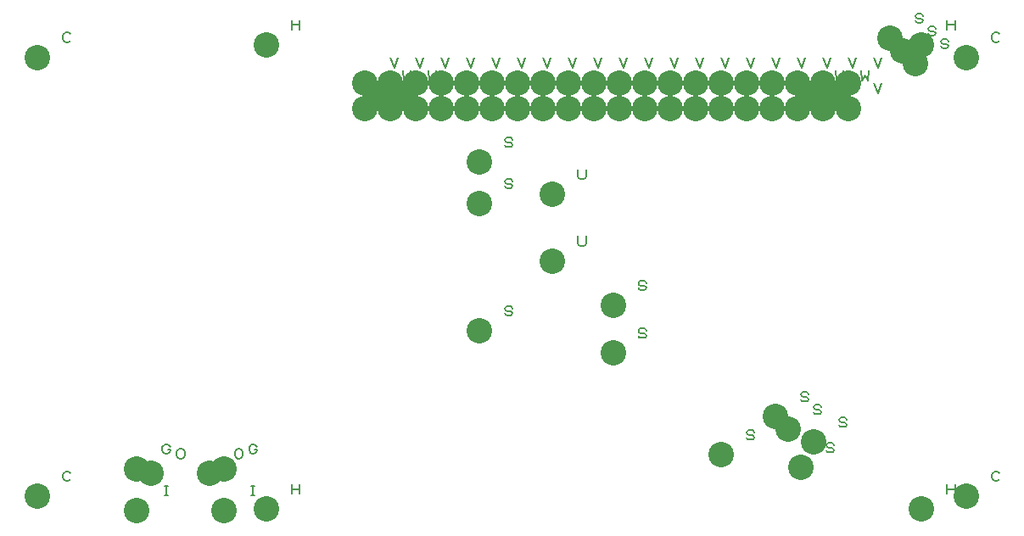
<source format=gbr>
G04 DesignSpark PCB Gerber Version 11.0 Build 5877*
G04 #@! TF.Part,Single*
G04 #@! TF.FileFunction,Drillmap*
G04 #@! TF.FilePolarity,Positive*
%FSLAX35Y35*%
%MOIN*%
%ADD82C,0.00500*%
G04 #@! TA.AperFunction,ViaPad*
%ADD95C,0.10000*%
G04 #@! TD.AperFunction*
X0Y0D02*
D02*
D82*
X109625Y29313D02*
X109313Y29000D01*
X108687Y28687D01*
X107750D01*
X107125Y29000D01*
X106813Y29313D01*
X106500Y29937D01*
Y31187D01*
X106813Y31813D01*
X107125Y32125D01*
X107750Y32437D01*
X108687D01*
X109313Y32125D01*
X109625Y31813D01*
Y201813D02*
X109313Y201500D01*
X108687Y201187D01*
X107750D01*
X107125Y201500D01*
X106813Y201813D01*
X106500Y202437D01*
Y203687D01*
X106813Y204313D01*
X107125Y204625D01*
X107750Y204937D01*
X108687D01*
X109313Y204625D01*
X109625Y204313D01*
X146660Y23042D02*
X147910D01*
X147285D02*
Y26792D01*
X146660D02*
X147910D01*
Y41022D02*
X148848D01*
Y40709D01*
X148535Y40085D01*
X148222Y39772D01*
X147598Y39459D01*
X146972D01*
X146348Y39772D01*
X146035Y40085D01*
X145722Y40709D01*
Y41959D01*
X146035Y42585D01*
X146348Y42897D01*
X146972Y43209D01*
X147598D01*
X148222Y42897D01*
X148535Y42585D01*
X148848Y41959D01*
X151372Y38780D02*
Y40030D01*
X151685Y40656D01*
X151997Y40968D01*
X152622Y41280D01*
X153247D01*
X153872Y40968D01*
X154185Y40656D01*
X154497Y40030D01*
Y38780D01*
X154185Y38156D01*
X153872Y37843D01*
X153247Y37530D01*
X152622D01*
X151997Y37843D01*
X151685Y38156D01*
X151372Y38780D01*
X174128D02*
Y40030D01*
X174441Y40656D01*
X174753Y40968D01*
X175378Y41280D01*
X176003D01*
X176628Y40968D01*
X176941Y40656D01*
X177253Y40030D01*
Y38780D01*
X176941Y38156D01*
X176628Y37843D01*
X176003Y37530D01*
X175378D01*
X174753Y37843D01*
X174441Y38156D01*
X174128Y38780D01*
X180715Y23042D02*
X181965D01*
X181340D02*
Y26792D01*
X180715D02*
X181965D01*
Y41022D02*
X182903D01*
Y40709D01*
X182590Y40085D01*
X182278Y39772D01*
X181653Y39459D01*
X181028D01*
X180403Y39772D01*
X180090Y40085D01*
X179778Y40709D01*
Y41959D01*
X180090Y42585D01*
X180403Y42897D01*
X181028Y43209D01*
X181653D01*
X182278Y42897D01*
X182590Y42585D01*
X182903Y41959D01*
X196500Y23652D02*
Y27402D01*
Y25527D02*
X199625D01*
Y23652D02*
Y27402D01*
X196500Y206152D02*
Y209902D01*
Y208027D02*
X199625D01*
Y206152D02*
Y209902D01*
X235250Y184937D02*
X236813Y181187D01*
X238375Y184937D01*
X235250Y194937D02*
X236813Y191187D01*
X238375Y194937D01*
X240250Y189937D02*
X240563Y186187D01*
X241813Y188063D01*
X243063Y186187D01*
X243375Y189937D01*
X245250Y184937D02*
X246813Y181187D01*
X248375Y184937D01*
X245250Y194937D02*
X246813Y191187D01*
X248375Y194937D01*
X250250Y189937D02*
X250563Y186187D01*
X251813Y188063D01*
X253063Y186187D01*
X253375Y189937D01*
X255250Y184937D02*
X256813Y181187D01*
X258375Y184937D01*
X255250Y194937D02*
X256813Y191187D01*
X258375Y194937D01*
X265250Y184937D02*
X266813Y181187D01*
X268375Y184937D01*
X265250Y194937D02*
X266813Y191187D01*
X268375Y194937D01*
X275250Y184937D02*
X276813Y181187D01*
X278375Y184937D01*
X275250Y194937D02*
X276813Y191187D01*
X278375Y194937D01*
X280250Y94625D02*
X280563Y94000D01*
X281187Y93687D01*
X282437D01*
X283063Y94000D01*
X283375Y94625D01*
X283063Y95250D01*
X282437Y95563D01*
X281187D01*
X280563Y95875D01*
X280250Y96500D01*
X280563Y97125D01*
X281187Y97437D01*
X282437D01*
X283063Y97125D01*
X283375Y96500D01*
X280250Y144625D02*
X280563Y144000D01*
X281187Y143687D01*
X282437D01*
X283063Y144000D01*
X283375Y144625D01*
X283063Y145250D01*
X282437Y145563D01*
X281187D01*
X280563Y145875D01*
X280250Y146500D01*
X280563Y147125D01*
X281187Y147437D01*
X282437D01*
X283063Y147125D01*
X283375Y146500D01*
X280250Y160875D02*
X280563Y160250D01*
X281187Y159937D01*
X282437D01*
X283063Y160250D01*
X283375Y160875D01*
X283063Y161500D01*
X282437Y161813D01*
X281187D01*
X280563Y162125D01*
X280250Y162750D01*
X280563Y163375D01*
X281187Y163687D01*
X282437D01*
X283063Y163375D01*
X283375Y162750D01*
X285250Y184937D02*
X286813Y181187D01*
X288375Y184937D01*
X285250Y194937D02*
X286813Y191187D01*
X288375Y194937D01*
X295250Y184937D02*
X296813Y181187D01*
X298375Y184937D01*
X295250Y194937D02*
X296813Y191187D01*
X298375Y194937D01*
X305250Y184937D02*
X306813Y181187D01*
X308375Y184937D01*
X305250Y194937D02*
X306813Y191187D01*
X308375Y194937D01*
X309000Y124937D02*
Y122125D01*
X309313Y121500D01*
X309937Y121187D01*
X311187D01*
X311813Y121500D01*
X312125Y122125D01*
Y124937D01*
X309000Y151187D02*
Y148375D01*
X309313Y147750D01*
X309937Y147437D01*
X311187D01*
X311813Y147750D01*
X312125Y148375D01*
Y151187D01*
X315250Y184937D02*
X316813Y181187D01*
X318375Y184937D01*
X315250Y194937D02*
X316813Y191187D01*
X318375Y194937D01*
X325250Y184937D02*
X326813Y181187D01*
X328375Y184937D01*
X325250Y194937D02*
X326813Y191187D01*
X328375Y194937D01*
X332750Y85875D02*
X333063Y85250D01*
X333687Y84937D01*
X334937D01*
X335563Y85250D01*
X335875Y85875D01*
X335563Y86500D01*
X334937Y86813D01*
X333687D01*
X333063Y87125D01*
X332750Y87750D01*
X333063Y88375D01*
X333687Y88687D01*
X334937D01*
X335563Y88375D01*
X335875Y87750D01*
X332750Y104625D02*
X333063Y104000D01*
X333687Y103687D01*
X334937D01*
X335563Y104000D01*
X335875Y104625D01*
X335563Y105250D01*
X334937Y105563D01*
X333687D01*
X333063Y105875D01*
X332750Y106500D01*
X333063Y107125D01*
X333687Y107437D01*
X334937D01*
X335563Y107125D01*
X335875Y106500D01*
X335250Y184937D02*
X336813Y181187D01*
X338375Y184937D01*
X335250Y194937D02*
X336813Y191187D01*
X338375Y194937D01*
X345250Y184937D02*
X346813Y181187D01*
X348375Y184937D01*
X345250Y194937D02*
X346813Y191187D01*
X348375Y194937D01*
X355250Y184937D02*
X356813Y181187D01*
X358375Y184937D01*
X355250Y194937D02*
X356813Y191187D01*
X358375Y194937D01*
X365250Y184937D02*
X366813Y181187D01*
X368375Y184937D01*
X365250Y194937D02*
X366813Y191187D01*
X368375Y194937D01*
X375250Y45875D02*
X375563Y45250D01*
X376187Y44937D01*
X377437D01*
X378063Y45250D01*
X378375Y45875D01*
X378063Y46500D01*
X377437Y46813D01*
X376187D01*
X375563Y47125D01*
X375250Y47750D01*
X375563Y48375D01*
X376187Y48687D01*
X377437D01*
X378063Y48375D01*
X378375Y47750D01*
X375250Y184937D02*
X376813Y181187D01*
X378375Y184937D01*
X375250Y194937D02*
X376813Y191187D01*
X378375Y194937D01*
X385250Y184937D02*
X386813Y181187D01*
X388375Y184937D01*
X385250Y194937D02*
X386813Y191187D01*
X388375Y194937D01*
X395250Y184937D02*
X396813Y181187D01*
X398375Y184937D01*
X395250Y194937D02*
X396813Y191187D01*
X398375Y194937D01*
X396500Y60875D02*
X396813Y60250D01*
X397437Y59937D01*
X398687D01*
X399313Y60250D01*
X399625Y60875D01*
X399313Y61500D01*
X398687Y61813D01*
X397437D01*
X396813Y62125D01*
X396500Y62750D01*
X396813Y63375D01*
X397437Y63687D01*
X398687D01*
X399313Y63375D01*
X399625Y62750D01*
X401500Y55875D02*
X401813Y55250D01*
X402437Y54937D01*
X403687D01*
X404313Y55250D01*
X404625Y55875D01*
X404313Y56500D01*
X403687Y56813D01*
X402437D01*
X401813Y57125D01*
X401500Y57750D01*
X401813Y58375D01*
X402437Y58687D01*
X403687D01*
X404313Y58375D01*
X404625Y57750D01*
X405250Y184937D02*
X406813Y181187D01*
X408375Y184937D01*
X405250Y194937D02*
X406813Y191187D01*
X408375Y194937D01*
X406500Y40875D02*
X406813Y40250D01*
X407437Y39937D01*
X408687D01*
X409313Y40250D01*
X409625Y40875D01*
X409313Y41500D01*
X408687Y41813D01*
X407437D01*
X406813Y42125D01*
X406500Y42750D01*
X406813Y43375D01*
X407437Y43687D01*
X408687D01*
X409313Y43375D01*
X409625Y42750D01*
X410250Y189937D02*
X410563Y186187D01*
X411813Y188063D01*
X413063Y186187D01*
X413375Y189937D01*
X411500Y50875D02*
X411813Y50250D01*
X412437Y49937D01*
X413687D01*
X414313Y50250D01*
X414625Y50875D01*
X414313Y51500D01*
X413687Y51813D01*
X412437D01*
X411813Y52125D01*
X411500Y52750D01*
X411813Y53375D01*
X412437Y53687D01*
X413687D01*
X414313Y53375D01*
X414625Y52750D01*
X415250Y184937D02*
X416813Y181187D01*
X418375Y184937D01*
X415250Y194937D02*
X416813Y191187D01*
X418375Y194937D01*
X420250Y189937D02*
X420563Y186187D01*
X421813Y188063D01*
X423063Y186187D01*
X423375Y189937D01*
X425250Y184937D02*
X426813Y181187D01*
X428375Y184937D01*
X425250Y194937D02*
X426813Y191187D01*
X428375Y194937D01*
X441500Y209625D02*
X441813Y209000D01*
X442437Y208687D01*
X443687D01*
X444313Y209000D01*
X444625Y209625D01*
X444313Y210250D01*
X443687Y210563D01*
X442437D01*
X441813Y210875D01*
X441500Y211500D01*
X441813Y212125D01*
X442437Y212437D01*
X443687D01*
X444313Y212125D01*
X444625Y211500D01*
X446500Y204625D02*
X446813Y204000D01*
X447437Y203687D01*
X448687D01*
X449313Y204000D01*
X449625Y204625D01*
X449313Y205250D01*
X448687Y205563D01*
X447437D01*
X446813Y205875D01*
X446500Y206500D01*
X446813Y207125D01*
X447437Y207437D01*
X448687D01*
X449313Y207125D01*
X449625Y206500D01*
X451500Y199625D02*
X451813Y199000D01*
X452437Y198687D01*
X453687D01*
X454313Y199000D01*
X454625Y199625D01*
X454313Y200250D01*
X453687Y200563D01*
X452437D01*
X451813Y200875D01*
X451500Y201500D01*
X451813Y202125D01*
X452437Y202437D01*
X453687D01*
X454313Y202125D01*
X454625Y201500D01*
X454000Y23652D02*
Y27402D01*
Y25527D02*
X457125D01*
Y23652D02*
Y27402D01*
X454000Y206152D02*
Y209902D01*
Y208027D02*
X457125D01*
Y206152D02*
Y209902D01*
X474625Y29313D02*
X474313Y29000D01*
X473687Y28687D01*
X472750D01*
X472125Y29000D01*
X471813Y29313D01*
X471500Y29937D01*
Y31187D01*
X471813Y31813D01*
X472125Y32125D01*
X472750Y32437D01*
X473687D01*
X474313Y32125D01*
X474625Y31813D01*
Y201813D02*
X474313Y201500D01*
X473687Y201187D01*
X472750D01*
X472125Y201500D01*
X471813Y201813D01*
X471500Y202437D01*
Y203687D01*
X471813Y204313D01*
X472125Y204625D01*
X472750Y204937D01*
X473687D01*
X474313Y204625D01*
X474625Y204313D01*
D02*
D95*
X96500Y22750D03*
Y195250D03*
X135722Y17105D03*
Y33522D03*
X141372Y31593D03*
X164128D03*
X169778Y17105D03*
Y33522D03*
X186500Y17715D03*
Y200215D03*
X225250Y175250D03*
Y185250D03*
X230250Y180250D03*
X235250Y175250D03*
Y185250D03*
X240250Y180250D03*
X245250Y175250D03*
Y185250D03*
X255250Y175250D03*
Y185250D03*
X265250Y175250D03*
Y185250D03*
X270250Y87750D03*
Y137750D03*
Y154000D03*
X275250Y175250D03*
Y185250D03*
X285250Y175250D03*
Y185250D03*
X295250Y175250D03*
Y185250D03*
X299000Y115250D03*
Y141500D03*
X305250Y175250D03*
Y185250D03*
X315250Y175250D03*
Y185250D03*
X322750Y79000D03*
Y97750D03*
X325250Y175250D03*
Y185250D03*
X335250Y175250D03*
Y185250D03*
X345250Y175250D03*
Y185250D03*
X355250Y175250D03*
Y185250D03*
X365250Y39000D03*
Y175250D03*
Y185250D03*
X375250Y175250D03*
Y185250D03*
X385250Y175250D03*
Y185250D03*
X386500Y54000D03*
X391500Y49000D03*
X395250Y175250D03*
Y185250D03*
X396500Y34000D03*
X400250Y180250D03*
X401500Y44000D03*
X405250Y175250D03*
Y185250D03*
X410250Y180250D03*
X415250Y175250D03*
Y185250D03*
X431500Y202750D03*
X436500Y197750D03*
X441500Y192750D03*
X444000Y17715D03*
Y200215D03*
X461500Y22750D03*
Y195250D03*
X0Y0D02*
M02*

</source>
